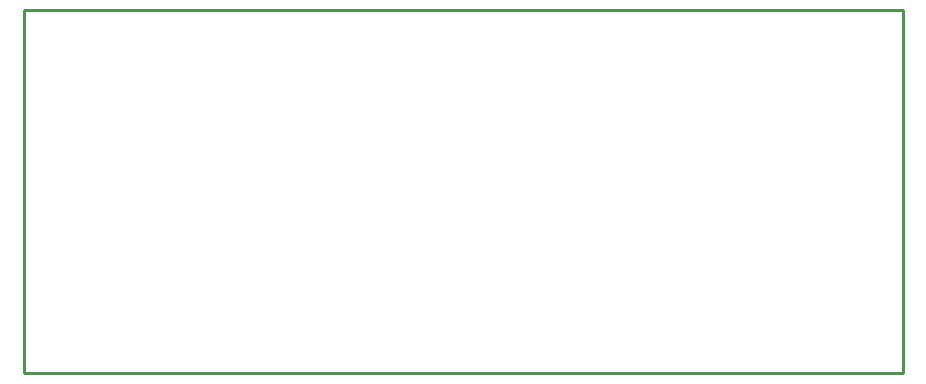
<source format=gbr>
G04 start of page 4 for group 2 idx 2 *
G04 Title: (unknown), outline *
G04 Creator: pcb 20110918 *
G04 CreationDate: Wed 07 Aug 2013 04:14:36 AM GMT UTC *
G04 For: ndholmes *
G04 Format: Gerber/RS-274X *
G04 PCB-Dimensions: 293000 121000 *
G04 PCB-Coordinate-Origin: lower left *
%MOIN*%
%FSLAX25Y25*%
%LNOUTLINE*%
%ADD57C,0.0100*%
G54D57*X0Y121000D02*X293000D01*
X0Y0D02*X293000D01*
Y121000D01*
X0D02*Y0D01*
M02*

</source>
